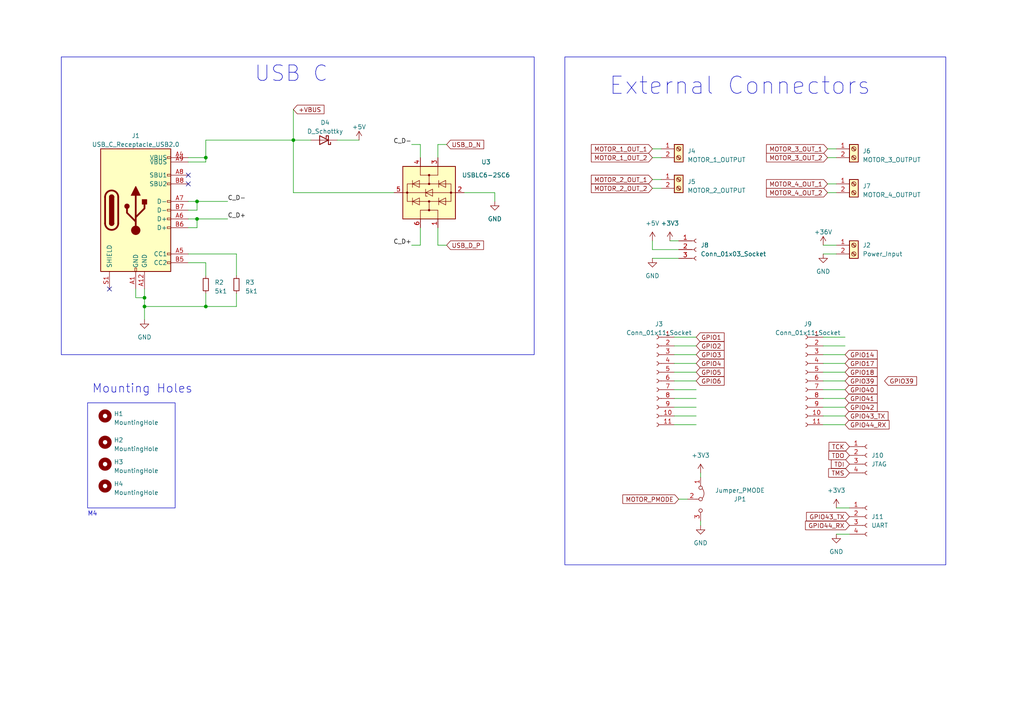
<source format=kicad_sch>
(kicad_sch (version 20230121) (generator eeschema)
  (paper "A4")
  (lib_symbols
    (symbol "Connector:Conn_01x03_Socket" (pin_names (offset 1.016) hide)
      (property "Reference" "J" (at 0 5.08 0))
      (property "Value" "Conn_01x03_Socket" (at 0 -5.08 0))
      (symbol "Conn_01x03_Socket_1_1"
        (arc (start 0 -2.032) (mid -0.5058 -2.54) (end 0 -3.048) (stroke (width 0.1524)))
        (polyline (pts (xy -1.27 -2.54) (xy -0.508 -2.54)) (stroke (width 0.1524)))
        (polyline (pts (xy -1.27 0) (xy -0.508 0)) (stroke (width 0.1524)))
        (polyline (pts (xy -1.27 2.54) (xy -0.508 2.54)) (stroke (width 0.1524)))
        (arc (start 0 0.508) (mid -0.5058 0) (end 0 -0.508) (stroke (width 0.1524)))
        (arc (start 0 3.048) (mid -0.5058 2.54) (end 0 2.032) (stroke (width 0.1524)))
        (pin passive line (at -5.08 2.54 0) (length 3.81) (name "Pin_1") (number "1"))
        (pin passive line (at -5.08 0 0) (length 3.81) (name "Pin_2") (number "2"))
        (pin passive line (at -5.08 -2.54 0) (length 3.81) (name "Pin_3") (number "3"))
      )
    )
    (symbol "Connector:Conn_01x04_Socket" (pin_names (offset 1.016) hide)
      (property "Reference" "J" (at 0 5.08 0))
      (property "Value" "Conn_01x04_Socket" (at 0 -7.62 0))
      (symbol "Conn_01x04_Socket_1_1"
        (arc (start 0 -4.572) (mid -0.5058 -5.08) (end 0 -5.588) (stroke (width 0.1524)))
        (arc (start 0 -2.032) (mid -0.5058 -2.54) (end 0 -3.048) (stroke (width 0.1524)))
        (polyline (pts (xy -1.27 -5.08) (xy -0.508 -5.08)) (stroke (width 0.1524)))
        (polyline (pts (xy -1.27 -2.54) (xy -0.508 -2.54)) (stroke (width 0.1524)))
        (polyline (pts (xy -1.27 0) (xy -0.508 0)) (stroke (width 0.1524)))
        (polyline (pts (xy -1.27 2.54) (xy -0.508 2.54)) (stroke (width 0.1524)))
        (arc (start 0 0.508) (mid -0.5058 0) (end 0 -0.508) (stroke (width 0.1524)))
        (arc (start 0 3.048) (mid -0.5058 2.54) (end 0 2.032) (stroke (width 0.1524)))
        (pin passive line (at -5.08 2.54 0) (length 3.81) (name "Pin_1") (number "1"))
        (pin passive line (at -5.08 0 0) (length 3.81) (name "Pin_2") (number "2"))
        (pin passive line (at -5.08 -2.54 0) (length 3.81) (name "Pin_3") (number "3"))
        (pin passive line (at -5.08 -5.08 0) (length 3.81) (name "Pin_4") (number "4"))
      )
    )
    (symbol "Connector:Conn_01x11_Socket" (pin_names (offset 1.016) hide)
      (property "Reference" "J" (at 0 15.24 0))
      (property "Value" "Conn_01x11_Socket" (at 0 -15.24 0))
      (symbol "Conn_01x11_Socket_1_1"
        (arc (start 0 -12.192) (mid -0.5058 -12.7) (end 0 -13.208) (stroke (width 0.1524)))
        (arc (start 0 -9.652) (mid -0.5058 -10.16) (end 0 -10.668) (stroke (width 0.1524)))
        (arc (start 0 -7.112) (mid -0.5058 -7.62) (end 0 -8.128) (stroke (width 0.1524)))
        (arc (start 0 -4.572) (mid -0.5058 -5.08) (end 0 -5.588) (stroke (width 0.1524)))
        (arc (start 0 -2.032) (mid -0.5058 -2.54) (end 0 -3.048) (stroke (width 0.1524)))
        (polyline (pts (xy -1.27 -12.7) (xy -0.508 -12.7)) (stroke (width 0.1524)))
        (polyline (pts (xy -1.27 -10.16) (xy -0.508 -10.16)) (stroke (width 0.1524)))
        (polyline (pts (xy -1.27 -7.62) (xy -0.508 -7.62)) (stroke (width 0.1524)))
        (polyline (pts (xy -1.27 -5.08) (xy -0.508 -5.08)) (stroke (width 0.1524)))
        (polyline (pts (xy -1.27 -2.54) (xy -0.508 -2.54)) (stroke (width 0.1524)))
        (polyline (pts (xy -1.27 0) (xy -0.508 0)) (stroke (width 0.1524)))
        (polyline (pts (xy -1.27 2.54) (xy -0.508 2.54)) (stroke (width 0.1524)))
        (polyline (pts (xy -1.27 5.08) (xy -0.508 5.08)) (stroke (width 0.1524)))
        (polyline (pts (xy -1.27 7.62) (xy -0.508 7.62)) (stroke (width 0.1524)))
        (polyline (pts (xy -1.27 10.16) (xy -0.508 10.16)) (stroke (width 0.1524)))
        (polyline (pts (xy -1.27 12.7) (xy -0.508 12.7)) (stroke (width 0.1524)))
        (arc (start 0 0.508) (mid -0.5058 0) (end 0 -0.508) (stroke (width 0.1524)))
        (arc (start 0 3.048) (mid -0.5058 2.54) (end 0 2.032) (stroke (width 0.1524)))
        (arc (start 0 5.588) (mid -0.5058 5.08) (end 0 4.572) (stroke (width 0.1524)))
        (arc (start 0 8.128) (mid -0.5058 7.62) (end 0 7.112) (stroke (width 0.1524)))
        (arc (start 0 10.668) (mid -0.5058 10.16) (end 0 9.652) (stroke (width 0.1524)))
        (arc (start 0 13.208) (mid -0.5058 12.7) (end 0 12.192) (stroke (width 0.1524)))
        (pin passive line (at -5.08 12.7 0) (length 3.81) (name "Pin_1") (number "1"))
        (pin passive line (at -5.08 -10.16 0) (length 3.81) (name "Pin_10") (number "10"))
        (pin passive line (at -5.08 -12.7 0) (length 3.81) (name "Pin_11") (number "11"))
        (pin passive line (at -5.08 10.16 0) (length 3.81) (name "Pin_2") (number "2"))
        (pin passive line (at -5.08 7.62 0) (length 3.81) (name "Pin_3") (number "3"))
        (pin passive line (at -5.08 5.08 0) (length 3.81) (name "Pin_4") (number "4"))
        (pin passive line (at -5.08 2.54 0) (length 3.81) (name "Pin_5") (number "5"))
        (pin passive line (at -5.08 0 0) (length 3.81) (name "Pin_6") (number "6"))
        (pin passive line (at -5.08 -2.54 0) (length 3.81) (name "Pin_7") (number "7"))
        (pin passive line (at -5.08 -5.08 0) (length 3.81) (name "Pin_8") (number "8"))
        (pin passive line (at -5.08 -7.62 0) (length 3.81) (name "Pin_9") (number "9"))
      )
    )
    (symbol "Connector:Screw_Terminal_01x02" (pin_names (offset 1.016) hide)
      (property "Reference" "J" (at 0 2.54 0))
      (property "Value" "Screw_Terminal_01x02" (at 0 -5.08 0))
      (symbol "Screw_Terminal_01x02_1_1"
        (rectangle (start -1.27 1.27) (end 1.27 -3.81) (stroke (width 0.254)) (fill (type background)))
        (circle (center 0 -2.54) (radius 0.635) (stroke (width 0.1524)))
        (polyline (pts (xy -0.5334 -2.2098) (xy 0.3302 -3.048)) (stroke (width 0.1524)))
        (polyline (pts (xy -0.5334 0.3302) (xy 0.3302 -0.508)) (stroke (width 0.1524)))
        (polyline (pts (xy -0.3556 -2.032) (xy 0.508 -2.8702)) (stroke (width 0.1524)))
        (polyline (pts (xy -0.3556 0.508) (xy 0.508 -0.3302)) (stroke (width 0.1524)))
        (circle (center 0 0) (radius 0.635) (stroke (width 0.1524)))
        (pin passive line (at -5.08 0 0) (length 3.81) (name "Pin_1") (number "1"))
        (pin passive line (at -5.08 -2.54 0) (length 3.81) (name "Pin_2") (number "2"))
      )
    )
    (symbol "Connector:USB_C_Receptacle_USB2.0" (pin_names (offset 1.016))
      (property "Reference" "J1" (at 0 21.59 0))
      (property "Value" "USB_C_Receptacle_USB2.0" (at 0 19.05 0))
      (symbol "USB_C_Receptacle_USB2.0_0_0"
        (rectangle (start -0.254 -17.78) (end 0.254 -16.764))
        (rectangle (start 9.144 -12.446) (end 10.16 -12.954))
        (rectangle (start 10.16 -14.986) (end 9.144 -15.494))
        (rectangle (start 10.16 -4.826) (end 9.144 -5.334))
        (rectangle (start 10.16 -2.286) (end 9.144 -2.794))
        (rectangle (start 10.16 0.254) (end 9.144 -0.254))
        (rectangle (start 10.16 2.794) (end 9.144 2.286))
        (rectangle (start 10.16 7.874) (end 9.144 7.366))
        (rectangle (start 10.16 10.414) (end 9.144 9.906))
        (rectangle (start 10.16 15.494) (end 9.144 14.986))
      )
      (symbol "USB_C_Receptacle_USB2.0_0_1"
        (rectangle (start -10.16 17.78) (end 10.16 -17.78) (stroke (width 0.254)) (fill (type background)))
        (arc (start -8.89 -3.81) (mid -6.985 -5.7067) (end -5.08 -3.81) (stroke (width 0.508)))
        (arc (start -7.62 -3.81) (mid -6.985 -4.4423) (end -6.35 -3.81) (stroke (width 0.254)))
        (arc (start -7.62 -3.81) (mid -6.985 -4.4423) (end -6.35 -3.81) (stroke (width 0.254)) (fill (type outline)))
        (rectangle (start -7.62 -3.81) (end -6.35 3.81) (stroke (width 0.254)) (fill (type outline)))
        (arc (start -6.35 3.81) (mid -6.985 4.4423) (end -7.62 3.81) (stroke (width 0.254)))
        (arc (start -6.35 3.81) (mid -6.985 4.4423) (end -7.62 3.81) (stroke (width 0.254)) (fill (type outline)))
        (arc (start -5.08 3.81) (mid -6.985 5.7067) (end -8.89 3.81) (stroke (width 0.508)))
        (circle (center -2.54 1.143) (radius 0.635) (stroke (width 0.254)) (fill (type outline)))
        (circle (center 0 -5.842) (radius 1.27) (fill (type outline)))
        (polyline (pts (xy -8.89 -3.81) (xy -8.89 3.81)) (stroke (width 0.508)))
        (polyline (pts (xy -5.08 3.81) (xy -5.08 -3.81)) (stroke (width 0.508)))
        (polyline (pts (xy 0 -5.842) (xy 0 4.318)) (stroke (width 0.508)))
        (polyline (pts (xy 0 -3.302) (xy -2.54 -0.762) (xy -2.54 0.508)) (stroke (width 0.508)))
        (polyline (pts (xy 0 -2.032) (xy 2.54 0.508) (xy 2.54 1.778)) (stroke (width 0.508)))
        (polyline (pts (xy -1.27 4.318) (xy 0 6.858) (xy 1.27 4.318) (xy -1.27 4.318)) (stroke (width 0.254)) (fill (type outline)))
        (rectangle (start 1.905 1.778) (end 3.175 3.048) (stroke (width 0.254)) (fill (type outline)))
      )
      (symbol "USB_C_Receptacle_USB2.0_1_1"
        (pin passive line (at 0 -22.86 90) (length 5.08) (name "GND") (number "A1"))
        (pin passive line (at 2.54 -22.86 90) (length 5.08) (name "GND") (number "A12"))
        (pin passive line (at 15.24 15.24 180) (length 5.08) (name "VBUS") (number "A4"))
        (pin bidirectional line (at 15.24 -12.7 180) (length 5.08) (name "CC1") (number "A5"))
        (pin bidirectional line (at 15.24 -2.54 180) (length 5.08) (name "D+") (number "A6"))
        (pin bidirectional line (at 15.24 2.54 180) (length 5.08) (name "D-") (number "A7"))
        (pin bidirectional line (at 15.24 10.16 180) (length 5.08) (name "SBU1") (number "A8"))
        (pin passive line (at 15.24 13.97 180) (length 5.08) (name "VBUS") (number "A9"))
        (pin passive line (at 0 -22.86 90) (length 5.08) hide (name "GND") (number "B1"))
        (pin passive line (at 0 -22.86 90) (length 5.08) hide (name "GND") (number "B12"))
        (pin passive line (at 15.24 15.24 180) (length 5.08) hide (name "VBUS") (number "B4"))
        (pin bidirectional line (at 15.24 -15.24 180) (length 5.08) (name "CC2") (number "B5"))
        (pin bidirectional line (at 15.24 -5.08 180) (length 5.08) (name "D+") (number "B6"))
        (pin bidirectional line (at 15.24 0 180) (length 5.08) (name "D-") (number "B7"))
        (pin bidirectional line (at 15.24 7.62 180) (length 5.08) (name "SBU2") (number "B8"))
        (pin passive line (at 15.24 15.24 180) (length 5.08) hide (name "VBUS") (number "B9"))
        (pin passive line (at -7.62 -22.86 90) (length 5.08) (name "SHIELD") (number "S1"))
      )
    )
    (symbol "Device:D_Schottky" (pin_numbers hide) (pin_names (offset 1.016) hide)
      (property "Reference" "D" (at 0 2.54 0))
      (property "Value" "D_Schottky" (at 0 -2.54 0))
      (symbol "D_Schottky_0_1"
        (polyline (pts (xy 1.27 0) (xy -1.27 0)))
        (polyline (pts (xy 1.27 1.27) (xy 1.27 -1.27) (xy -1.27 0) (xy 1.27 1.27)) (stroke (width 0.254)))
        (polyline (pts (xy -1.905 0.635) (xy -1.905 1.27) (xy -1.27 1.27) (xy -1.27 -1.27) (xy -0.635 -1.27) (xy -0.635 -0.635)) (stroke (width 0.254)))
      )
      (symbol "D_Schottky_1_1"
        (pin passive line (at -3.81 0 0) (length 2.54) (name "K") (number "1"))
        (pin passive line (at 3.81 0 180) (length 2.54) (name "A") (number "2"))
      )
    )
    (symbol "Device:R_Small" (pin_numbers hide) (pin_names (offset 0.254) hide)
      (property "Reference" "R" (at 0.762 0.508 0))
      (property "Value" "R_Small" (at 0.762 -1.016 0))
      (symbol "R_Small_0_1"
        (rectangle (start -0.762 1.778) (end 0.762 -1.778) (stroke (width 0.2032)))
      )
      (symbol "R_Small_1_1"
        (pin passive line (at 0 2.54 270) (length 0.762) (name "~") (number "1"))
        (pin passive line (at 0 -2.54 90) (length 0.762) (name "~") (number "2"))
      )
    )
    (symbol "Jumper:Jumper_3_Bridged12" (pin_names (offset 0) hide)
      (property "Reference" "JP" (at -2.54 -2.54 0))
      (property "Value" "Jumper_3_Bridged12" (at 0 2.794 0))
      (symbol "Jumper_3_Bridged12_0_0"
        (circle (center -3.302 0) (radius 0.508))
        (circle (center 0 0) (radius 0.508))
        (circle (center 3.302 0) (radius 0.508))
      )
      (symbol "Jumper_3_Bridged12_0_1"
        (arc (start -0.254 0.508) (mid -1.651 0.9912) (end -3.048 0.508))
        (polyline (pts (xy 0 -1.27) (xy 0 -0.508)))
      )
      (symbol "Jumper_3_Bridged12_1_1"
        (pin passive line (at -6.35 0 0) (length 2.54) (name "A") (number "1"))
        (pin passive line (at 0 -3.81 90) (length 2.54) (name "C") (number "2"))
        (pin passive line (at 6.35 0 180) (length 2.54) (name "B") (number "3"))
      )
    )
    (symbol "Mechanical:MountingHole" (pin_names (offset 1.016))
      (property "Reference" "H" (at 0 5.08 0))
      (property "Value" "MountingHole" (at 0 3.175 0))
      (symbol "MountingHole_0_1"
        (circle (center 0 0) (radius 1.27) (stroke (width 1.27)))
      )
    )
    (symbol "Power_Protection:USBLC6-2SC6" (pin_names hide)
      (property "Reference" "U" (at 2.54 8.89 0))
      (property "Value" "USBLC6-2SC6" (at 2.54 -8.89 0))
      (symbol "USBLC6-2SC6_0_1"
        (rectangle (start -7.62 -7.62) (end 7.62 7.62) (stroke (width 0.254)) (fill (type background)))
        (circle (center -5.08 0) (radius 0.254) (fill (type outline)))
        (circle (center -2.54 0) (radius 0.254) (fill (type outline)))
        (rectangle (start -2.54 6.35) (end 2.54 -6.35))
        (circle (center 0 -6.35) (radius 0.254) (fill (type outline)))
        (polyline (pts (xy -5.08 -2.54) (xy -7.62 -2.54)))
        (polyline (pts (xy -5.08 0) (xy -5.08 -2.54)))
        (polyline (pts (xy -5.08 2.54) (xy -7.62 2.54)))
        (polyline (pts (xy -1.524 -2.794) (xy -3.556 -2.794)))
        (polyline (pts (xy -1.524 4.826) (xy -3.556 4.826)))
        (polyline (pts (xy 0 -7.62) (xy 0 -6.35)))
        (polyline (pts (xy 0 -6.35) (xy 0 1.27)))
        (polyline (pts (xy 0 1.27) (xy 0 6.35)))
        (polyline (pts (xy 0 6.35) (xy 0 7.62)))
        (polyline (pts (xy 1.524 -2.794) (xy 3.556 -2.794)))
        (polyline (pts (xy 1.524 4.826) (xy 3.556 4.826)))
        (polyline (pts (xy 5.08 -2.54) (xy 7.62 -2.54)))
        (polyline (pts (xy 5.08 0) (xy 5.08 -2.54)))
        (polyline (pts (xy 5.08 2.54) (xy 7.62 2.54)))
        (polyline (pts (xy -2.54 0) (xy -5.08 0) (xy -5.08 2.54)))
        (polyline (pts (xy 2.54 0) (xy 5.08 0) (xy 5.08 2.54)))
        (polyline (pts (xy -3.556 -4.826) (xy -1.524 -4.826) (xy -2.54 -2.794) (xy -3.556 -4.826)))
        (polyline (pts (xy -3.556 2.794) (xy -1.524 2.794) (xy -2.54 4.826) (xy -3.556 2.794)))
        (polyline (pts (xy -1.016 -1.016) (xy 1.016 -1.016) (xy 0 1.016) (xy -1.016 -1.016)))
        (polyline (pts (xy 1.016 1.016) (xy 0.762 1.016) (xy -1.016 1.016) (xy -1.016 0.508)))
        (polyline (pts (xy 3.556 -4.826) (xy 1.524 -4.826) (xy 2.54 -2.794) (xy 3.556 -4.826)))
        (polyline (pts (xy 3.556 2.794) (xy 1.524 2.794) (xy 2.54 4.826) (xy 3.556 2.794)))
        (circle (center 0 6.35) (radius 0.254) (fill (type outline)))
        (circle (center 2.54 0) (radius 0.254) (fill (type outline)))
        (circle (center 5.08 0) (radius 0.254) (fill (type outline)))
      )
      (symbol "USBLC6-2SC6_1_1"
        (pin passive line (at -10.16 -2.54 0) (length 2.54) (name "I/O1") (number "1"))
        (pin passive line (at 0 -10.16 90) (length 2.54) (name "GND") (number "2"))
        (pin passive line (at 10.16 -2.54 180) (length 2.54) (name "I/O2") (number "3"))
        (pin passive line (at 10.16 2.54 180) (length 2.54) (name "I/O2") (number "4"))
        (pin passive line (at 0 10.16 270) (length 2.54) (name "VBUS") (number "5"))
        (pin passive line (at -10.16 2.54 0) (length 2.54) (name "I/O1") (number "6"))
      )
    )
    (symbol "power:+36V" (power) (pin_names (offset 0))
      (property "Value" "+36V" (at 0 3.556 0))
      (symbol "+36V_0_1"
        (polyline (pts (xy -0.762 1.27) (xy 0 2.54)))
        (polyline (pts (xy 0 0) (xy 0 2.54)))
        (polyline (pts (xy 0 2.54) (xy 0.762 1.27)))
      )
      (symbol "+36V_1_1"
        (pin power_in line (at 0 0 90) (length 0) hide (name "+36V") (number "1"))
      )
    )
    (symbol "power:+3V3" (power) (pin_names (offset 0))
      (property "Value" "+3V3" (at 0 3.556 0))
      (symbol "+3V3_0_1"
        (polyline (pts (xy -0.762 1.27) (xy 0 2.54)))
        (polyline (pts (xy 0 0) (xy 0 2.54)))
        (polyline (pts (xy 0 2.54) (xy 0.762 1.27)))
      )
      (symbol "+3V3_1_1"
        (pin power_in line (at 0 0 90) (length 0) hide (name "+3V3") (number "1"))
      )
    )
    (symbol "power:+5V" (power) (pin_names (offset 0))
      (property "Value" "+5V" (at 0 3.556 0))
      (symbol "+5V_0_1"
        (polyline (pts (xy -0.762 1.27) (xy 0 2.54)))
        (polyline (pts (xy 0 0) (xy 0 2.54)))
        (polyline (pts (xy 0 2.54) (xy 0.762 1.27)))
      )
      (symbol "+5V_1_1"
        (pin power_in line (at 0 0 90) (length 0) hide (name "+5V") (number "1"))
      )
    )
    (symbol "power:GND" (power) (pin_names (offset 0))
      (property "Value" "GND" (at 0 -3.81 0))
      (symbol "GND_0_1"
        (polyline (pts (xy 0 0) (xy 0 -1.27) (xy 1.27 -1.27) (xy 0 -2.54) (xy -1.27 -1.27) (xy 0 -1.27)))
      )
      (symbol "GND_1_1"
        (pin power_in line (at 0 0 270) (length 0) hide (name "GND") (number "1"))
      )
    )
  )
  (junction (at 57.15 58.42))
  (junction (at 59.69 88.9))
  (junction (at 41.91 86.36))
  (junction (at 85.09 40.64))
  (junction (at 57.15 63.5))
  (junction (at 59.69 45.72))
  (junction (at 41.91 88.9))
  (no_connect (at 31.75 83.82))
  (no_connect (at 54.61 53.34))
  (no_connect (at 54.61 50.8))
  (wire (pts (xy 195.58 120.65) (xy 201.93 120.65)))
  (wire (pts (xy 240.03 55.88) (xy 242.57 55.88)))
  (wire (pts (xy 238.76 97.79) (xy 245.11 97.79)))
  (wire (pts (xy 57.15 63.5) (xy 66.04 63.5)))
  (wire (pts (xy 41.91 86.36) (xy 41.91 88.9)))
  (wire (pts (xy 97.79 40.64) (xy 104.14 40.64)))
  (wire (pts (xy 203.2 151.13) (xy 203.2 152.4)))
  (wire (pts (xy 238.76 120.65) (xy 245.11 120.65)))
  (wire (pts (xy 189.23 43.18) (xy 191.77 43.18)))
  (wire (pts (xy 54.61 46.99) (xy 59.69 46.99)))
  (wire (pts (xy 238.76 110.49) (xy 245.11 110.49)))
  (wire (pts (xy 194.31 69.85) (xy 196.85 69.85)))
  (wire (pts (xy 59.69 40.64) (xy 85.09 40.64)))
  (wire (pts (xy 121.92 41.91) (xy 121.92 45.72)))
  (wire (pts (xy 121.92 71.12) (xy 121.92 66.04)))
  (wire (pts (xy 90.17 40.64) (xy 85.09 40.64)))
  (wire (pts (xy 189.23 54.61) (xy 191.77 54.61)))
  (wire (pts (xy 189.23 74.93) (xy 196.85 74.93)))
  (wire (pts (xy 68.58 80.01) (xy 68.58 73.66)))
  (wire (pts (xy 129.54 71.12) (xy 127 71.12)))
  (wire (pts (xy 68.58 85.09) (xy 68.58 88.9)))
  (wire (pts (xy 238.76 113.03) (xy 245.11 113.03)))
  (wire (pts (xy 119.38 41.91) (xy 121.92 41.91)))
  (wire (pts (xy 195.58 115.57) (xy 201.93 115.57)))
  (wire (pts (xy 240.03 43.18) (xy 242.57 43.18)))
  (wire (pts (xy 238.76 107.95) (xy 245.11 107.95)))
  (wire (pts (xy 240.03 45.72) (xy 242.57 45.72)))
  (wire (pts (xy 195.58 102.87) (xy 201.93 102.87)))
  (wire (pts (xy 59.69 46.99) (xy 59.69 45.72)))
  (wire (pts (xy 238.76 100.33) (xy 245.11 100.33)))
  (wire (pts (xy 238.76 118.11) (xy 245.11 118.11)))
  (wire (pts (xy 68.58 73.66) (xy 54.61 73.66)))
  (wire (pts (xy 238.76 73.66) (xy 242.57 73.66)))
  (wire (pts (xy 57.15 60.96) (xy 54.61 60.96)))
  (wire (pts (xy 119.38 71.12) (xy 121.92 71.12)))
  (wire (pts (xy 195.58 123.19) (xy 201.93 123.19)))
  (wire (pts (xy 189.23 69.85) (xy 189.23 72.39)))
  (wire (pts (xy 59.69 88.9) (xy 68.58 88.9)))
  (wire (pts (xy 238.76 102.87) (xy 245.11 102.87)))
  (wire (pts (xy 129.54 41.91) (xy 127 41.91)))
  (wire (pts (xy 195.58 113.03) (xy 201.93 113.03)))
  (wire (pts (xy 59.69 76.2) (xy 54.61 76.2)))
  (wire (pts (xy 203.2 137.16) (xy 203.2 138.43)))
  (wire (pts (xy 57.15 63.5) (xy 57.15 66.04)))
  (wire (pts (xy 127 66.04) (xy 127 71.12)))
  (wire (pts (xy 238.76 71.12) (xy 242.57 71.12)))
  (wire (pts (xy 85.09 40.64) (xy 85.09 55.88)))
  (wire (pts (xy 189.23 52.07) (xy 191.77 52.07)))
  (wire (pts (xy 127 41.91) (xy 127 45.72)))
  (wire (pts (xy 85.09 31.75) (xy 85.09 40.64)))
  (wire (pts (xy 240.03 53.34) (xy 242.57 53.34)))
  (wire (pts (xy 54.61 63.5) (xy 57.15 63.5)))
  (wire (pts (xy 143.51 58.42) (xy 143.51 55.88)))
  (wire (pts (xy 242.57 154.94) (xy 246.38 154.94)))
  (wire (pts (xy 195.58 97.79) (xy 201.93 97.79)))
  (wire (pts (xy 57.15 58.42) (xy 57.15 60.96)))
  (wire (pts (xy 199.39 144.78) (xy 196.85 144.78)))
  (wire (pts (xy 57.15 58.42) (xy 66.04 58.42)))
  (wire (pts (xy 238.76 105.41) (xy 245.11 105.41)))
  (wire (pts (xy 238.76 115.57) (xy 245.11 115.57)))
  (wire (pts (xy 41.91 83.82) (xy 41.91 86.36)))
  (wire (pts (xy 39.37 83.82) (xy 39.37 86.36)))
  (wire (pts (xy 59.69 85.09) (xy 59.69 88.9)))
  (wire (pts (xy 195.58 100.33) (xy 201.93 100.33)))
  (wire (pts (xy 41.91 88.9) (xy 41.91 92.71)))
  (wire (pts (xy 134.62 55.88) (xy 143.51 55.88)))
  (wire (pts (xy 195.58 110.49) (xy 201.93 110.49)))
  (wire (pts (xy 41.91 88.9) (xy 59.69 88.9)))
  (wire (pts (xy 54.61 66.04) (xy 57.15 66.04)))
  (wire (pts (xy 238.76 123.19) (xy 245.11 123.19)))
  (wire (pts (xy 114.3 55.88) (xy 85.09 55.88)))
  (wire (pts (xy 242.57 147.32) (xy 246.38 147.32)))
  (wire (pts (xy 54.61 45.72) (xy 59.69 45.72)))
  (wire (pts (xy 59.69 80.01) (xy 59.69 76.2)))
  (wire (pts (xy 54.61 58.42) (xy 57.15 58.42)))
  (wire (pts (xy 189.23 45.72) (xy 191.77 45.72)))
  (wire (pts (xy 195.58 105.41) (xy 201.93 105.41)))
  (wire (pts (xy 195.58 107.95) (xy 201.93 107.95)))
  (wire (pts (xy 39.37 86.36) (xy 41.91 86.36)))
  (wire (pts (xy 189.23 72.39) (xy 196.85 72.39)))
  (wire (pts (xy 195.58 118.11) (xy 201.93 118.11)))
  (wire (pts (xy 59.69 45.72) (xy 59.69 40.64)))
  (rectangle (start 17.78 16.51) (end 154.94 102.87))
  (rectangle (start 25.4 116.84) (end 50.8 147.32))
  (rectangle (start 163.83 16.51) (end 274.32 163.83))
  (text "External Connectors\n" (at 176.53 27.94 0) (effects (font (size 5 5)) (justify left bottom)))
  (text "Mounting Holes\n" (at 26.67 114.3 0) (effects (font (size 2.5 2.5)) (justify left bottom)))
  (text "USB C \n" (at 73.66 24.13 0) (effects (font (size 4.5 4.5)) (justify left bottom)))
  (text "M4\n" (at 25.4 149.86 0) (effects (font (size 1.27 1.27)) (justify left bottom)))
  (label "C_D-" (at 66.04 58.42 0))
  (label "C_D+" (at 119.38 71.12 180))
  (label "C_D+" (at 66.04 63.5 0))
  (label "C_D-" (at 119.38 41.91 180))
  (global_label "GPIO1" (shape input) (at 201.93 97.79 0) (property "Intersheetrefs" "${INTERSHEET_REFS}" (effects hide)))
  (global_label "GPIO3" (shape input) (at 201.93 102.87 0) (property "Intersheetrefs" "${INTERSHEET_REFS}" (effects hide)))
  (global_label "GPIO4" (shape input) (at 201.93 105.41 0) (property "Intersheetrefs" "${INTERSHEET_REFS}" (effects hide)))
  (global_label "+VBUS" (shape input) (at 85.09 31.75 0) (property "Intersheetrefs" "${INTERSHEET_REFS}" (effects hide)))
  (global_label "TDO" (shape input) (at 246.38 132.08 180) (property "Intersheetrefs" "${INTERSHEET_REFS}" (effects hide)))
  (global_label "USB_D_N" (shape input) (at 129.54 41.91 0) (property "Intersheetrefs" "${INTERSHEET_REFS}" (effects hide)))
  (global_label "GPIO43_TX" (shape input) (at 246.38 149.86 180) (property "Intersheetrefs" "${INTERSHEET_REFS}" (effects hide)))
  (global_label "MOTOR_4_OUT_2" (shape input) (at 240.03 55.88 180) (property "Intersheetrefs" "${INTERSHEET_REFS}" (effects hide)))
  (global_label "GPIO39" (shape input) (at 256.54 110.49 0) (property "Intersheetrefs" "${INTERSHEET_REFS}" (effects hide)))
  (global_label "MOTOR_3_OUT_1" (shape input) (at 240.03 43.18 180) (property "Intersheetrefs" "${INTERSHEET_REFS}" (effects hide)))
  (global_label "GPIO17" (shape input) (at 245.11 105.41 0) (property "Intersheetrefs" "${INTERSHEET_REFS}" (effects hide)))
  (global_label "MOTOR_4_OUT_1" (shape input) (at 240.03 53.34 180) (property "Intersheetrefs" "${INTERSHEET_REFS}" (effects hide)))
  (global_label "GPIO40" (shape input) (at 245.11 113.03 0) (property "Intersheetrefs" "${INTERSHEET_REFS}" (effects hide)))
  (global_label "GPIO5" (shape input) (at 201.93 107.95 0) (property "Intersheetrefs" "${INTERSHEET_REFS}" (effects hide)))
  (global_label "GPIO6" (shape input) (at 201.93 110.49 0) (property "Intersheetrefs" "${INTERSHEET_REFS}" (effects hide)))
  (global_label "GPIO42" (shape input) (at 245.11 118.11 0) (property "Intersheetrefs" "${INTERSHEET_REFS}" (effects hide)))
  (global_label "TMS" (shape input) (at 246.38 137.16 180) (property "Intersheetrefs" "${INTERSHEET_REFS}" (effects hide)))
  (global_label "TCK" (shape input) (at 246.38 129.54 180) (property "Intersheetrefs" "${INTERSHEET_REFS}" (effects hide)))
  (global_label "GPIO18" (shape input) (at 245.11 107.95 0) (property "Intersheetrefs" "${INTERSHEET_REFS}" (effects hide)))
  (global_label "MOTOR_PMODE" (shape input) (at 196.85 144.78 180) (property "Intersheetrefs" "${INTERSHEET_REFS}" (effects hide)))
  (global_label "GPIO41" (shape input) (at 245.11 115.57 0) (property "Intersheetrefs" "${INTERSHEET_REFS}" (effects hide)))
  (global_label "GPIO2" (shape input) (at 201.93 100.33 0) (property "Intersheetrefs" "${INTERSHEET_REFS}" (effects hide)))
  (global_label "GPIO44_RX" (shape input) (at 246.38 152.4 180) (property "Intersheetrefs" "${INTERSHEET_REFS}" (effects hide)))
  (global_label "USB_D_P" (shape input) (at 129.54 71.12 0) (property "Intersheetrefs" "${INTERSHEET_REFS}" (effects hide)))
  (global_label "MOTOR_1_OUT_2" (shape input) (at 189.23 45.72 180) (property "Intersheetrefs" "${INTERSHEET_REFS}" (effects hide)))
  (global_label "MOTOR_1_OUT_1" (shape input) (at 189.23 43.18 180) (property "Intersheetrefs" "${INTERSHEET_REFS}" (effects hide)))
  (global_label "GPIO43_TX" (shape input) (at 245.11 120.65 0) (property "Intersheetrefs" "${INTERSHEET_REFS}" (effects hide)))
  (global_label "GPIO44_RX" (shape input) (at 245.11 123.19 0) (property "Intersheetrefs" "${INTERSHEET_REFS}" (effects hide)))
  (global_label "MOTOR_2_OUT_1" (shape input) (at 189.23 52.07 180) (property "Intersheetrefs" "${INTERSHEET_REFS}" (effects hide)))
  (global_label "MOTOR_3_OUT_2" (shape input) (at 240.03 45.72 180) (property "Intersheetrefs" "${INTERSHEET_REFS}" (effects hide)))
  (global_label "MOTOR_2_OUT_2" (shape input) (at 189.23 54.61 180) (property "Intersheetrefs" "${INTERSHEET_REFS}" (effects hide)))
  (global_label "TDI" (shape input) (at 246.38 134.62 180) (property "Intersheetrefs" "${INTERSHEET_REFS}" (effects hide)))
  (global_label "GPIO39" (shape input) (at 245.11 110.49 0) (property "Intersheetrefs" "${INTERSHEET_REFS}" (effects hide)))
  (global_label "GPIO14" (shape input) (at 245.11 102.87 0) (property "Intersheetrefs" "${INTERSHEET_REFS}" (effects hide)))
  (symbol (lib_id "Device:R_Small") (at 68.58 82.55 0) (unit 1)
    (property "Reference" "R3" (at 71.12 81.915 0) (effects (justify left)))
    (property "Value" "5k1" (at 71.12 84.455 0) (effects (justify left)))
    (property "Footprint" "Resistor_SMD:R_0603_1608Metric" (effects hide))
  )
  (symbol (lib_id "Connector:Screw_Terminal_01x02") (at 247.65 71.12 0) (unit 1)
    (property "Reference" "J2" (at 250.19 71.12 0) (effects (justify left)))
    (property "Value" "Power_Input" (at 250.19 73.66 0) (effects (justify left)))
    (property "Footprint" "TerminalBlock:TerminalBlock_bornier-2_P5.08mm" (effects hide))
  )
  (symbol (lib_id "Power_Protection:USBLC6-2SC6") (at 124.46 55.88 90) (unit 1)
    (property "Reference" "U3" (at 140.97 46.99 90))
    (property "Value" "USBLC6-2SC6" (at 140.97 50.8 90))
    (property "Footprint" "Package_TO_SOT_SMD:SOT-23-6" (effects hide))
    (property "Datasheet" "https://www.st.com/resource/en/datasheet/usblc6-2.pdf" (effects hide))
  )
  (symbol (lib_id "power:GND") (at 41.91 92.71 0) (unit 1)
    (property "Reference" "#PWR012" (effects hide))
    (property "Value" "GND" (at 41.91 97.79 0))
  )
  (symbol (lib_id "Connector:Conn_01x04_Socket") (at 251.46 149.86 0) (unit 1)
    (property "Reference" "J11" (at 252.73 149.86 0) (effects (justify left)))
    (property "Value" "UART" (at 252.73 152.4 0) (effects (justify left)))
    (property "Footprint" "Connector_PinHeader_2.54mm:PinHeader_1x04_P2.54mm_Vertical_SMD_Pin1Right" (effects hide))
  )
  (symbol (lib_id "Connector:Conn_01x11_Socket") (at 233.68 110.49 0) (mirror y) (unit 1)
    (property "Reference" "J9" (at 234.315 93.98 0))
    (property "Value" "Conn_01x11_Socket" (at 234.315 96.52 0))
    (property "Footprint" "Connector_PinHeader_2.54mm:PinHeader_1x11_P2.54mm_Vertical_SMD_Pin1Left" (effects hide))
  )
  (symbol (lib_id "power:GND") (at 242.57 154.94 0) (unit 1)
    (property "Reference" "#PWR031" (effects hide))
    (property "Value" "GND" (at 242.57 160.02 0))
  )
  (symbol (lib_id "Mechanical:MountingHole") (at 30.48 134.62 0) (unit 1)
    (property "Reference" "H3" (at 33.02 133.985 0) (effects (justify left)))
    (property "Value" "MountingHole" (at 33.02 136.525 0) (effects (justify left)))
    (property "Footprint" "MountingHole:MountingHole_4.3mm_M4" (effects hide))
  )
  (symbol (lib_id "power:GND") (at 203.2 152.4 0) (unit 1)
    (property "Reference" "#PWR020" (effects hide))
    (property "Value" "GND" (at 203.2 157.48 0))
  )
  (symbol (lib_id "Connector:Conn_01x11_Socket") (at 190.5 110.49 0) (mirror y) (unit 1)
    (property "Reference" "J3" (at 191.135 93.98 0))
    (property "Value" "Conn_01x11_Socket" (at 191.135 96.52 0))
    (property "Footprint" "Connector_PinHeader_2.54mm:PinHeader_1x11_P2.54mm_Vertical_SMD_Pin1Left" (effects hide))
  )
  (symbol (lib_id "Connector:Screw_Terminal_01x02") (at 247.65 53.34 0) (unit 1)
    (property "Reference" "J7" (at 250.19 53.975 0) (effects (justify left)))
    (property "Value" "MOTOR_4_OUTPUT" (at 250.19 56.515 0) (effects (justify left)))
    (property "Footprint" "TerminalBlock:TerminalBlock_bornier-2_P5.08mm" (effects hide))
  )
  (symbol (lib_id "Mechanical:MountingHole") (at 30.48 140.97 0) (unit 1)
    (property "Reference" "H4" (at 33.02 140.335 0) (effects (justify left)))
    (property "Value" "MountingHole" (at 33.02 142.875 0) (effects (justify left)))
    (property "Footprint" "MountingHole:MountingHole_4.3mm_M4" (effects hide))
  )
  (symbol (lib_id "Connector:Conn_01x03_Socket") (at 201.93 72.39 0) (unit 1)
    (property "Reference" "J8" (at 203.2 71.12 0) (effects (justify left)))
    (property "Value" "Conn_01x03_Socket" (at 203.2 73.66 0) (effects (justify left)))
    (property "Footprint" "Connector_PinSocket_2.54mm:PinSocket_1x03_P2.54mm_Vertical" (effects hide))
  )
  (symbol (lib_id "Connector:Screw_Terminal_01x02") (at 196.85 43.18 0) (unit 1)
    (property "Reference" "J4" (at 199.39 43.815 0) (effects (justify left)))
    (property "Value" "MOTOR_1_OUTPUT" (at 199.39 46.355 0) (effects (justify left)))
    (property "Footprint" "TerminalBlock:TerminalBlock_bornier-2_P5.08mm" (effects hide))
  )
  (symbol (lib_id "power:GND") (at 189.23 74.93 0) (unit 1)
    (property "Reference" "#PWR076" (effects hide))
    (property "Value" "GND" (at 189.23 80.01 0))
  )
  (symbol (lib_id "Jumper:Jumper_3_Bridged12") (at 203.2 144.78 270) (unit 1)
    (property "Reference" "JP1" (at 214.63 144.78 90))
    (property "Value" "Jumper_PMODE" (at 214.63 142.24 90))
    (property "Footprint" "Connector_PinHeader_2.54mm:PinHeader_1x03_P2.54mm_Vertical_SMD_Pin1Right" (effects hide))
  )
  (symbol (lib_id "Device:D_Schottky") (at 93.98 40.64 180) (unit 1)
    (property "Reference" "D4" (at 94.2975 35.56 0))
    (property "Value" "D_Schottky" (at 94.2975 38.1 0))
    (property "Footprint" "KiCADv6:DO-220AA_SS2PH10-M3&slash_84A_VIS" (effects hide))
  )
  (symbol (lib_id "power:GND") (at 238.76 73.66 0) (unit 1)
    (property "Reference" "#PWR016" (effects hide))
    (property "Value" "GND" (at 238.76 78.74 0))
  )
  (symbol (lib_id "Connector:Screw_Terminal_01x02") (at 196.85 52.07 0) (unit 1)
    (property "Reference" "J5" (at 199.39 52.705 0) (effects (justify left)))
    (property "Value" "MOTOR_2_OUTPUT" (at 199.39 55.245 0) (effects (justify left)))
    (property "Footprint" "TerminalBlock:TerminalBlock_bornier-2_P5.08mm" (effects hide))
  )
  (symbol (lib_id "Device:R_Small") (at 59.69 82.55 0) (unit 1)
    (property "Reference" "R2" (at 62.23 81.915 0) (effects (justify left)))
    (property "Value" "5k1" (at 62.23 84.455 0) (effects (justify left)))
    (property "Footprint" "Resistor_SMD:R_0603_1608Metric" (effects hide))
  )
  (symbol (lib_id "Connector:Conn_01x04_Socket") (at 251.46 132.08 0) (unit 1)
    (property "Reference" "J10" (at 252.73 132.08 0) (effects (justify left)))
    (property "Value" "JTAG" (at 252.73 134.62 0) (effects (justify left)))
    (property "Footprint" "Connector_PinHeader_2.54mm:PinHeader_1x04_P2.54mm_Vertical_SMD_Pin1Right" (effects hide))
  )
  (symbol (lib_id "power:+3V3") (at 242.57 147.32 0) (unit 1)
    (property "Reference" "#PWR030" (effects hide))
    (property "Value" "+3V3" (at 242.57 142.24 0))
  )
  (symbol (lib_id "Connector:Screw_Terminal_01x02") (at 247.65 43.18 0) (unit 1)
    (property "Reference" "J6" (at 250.19 43.815 0) (effects (justify left)))
    (property "Value" "MOTOR_3_OUTPUT" (at 250.19 46.355 0) (effects (justify left)))
    (property "Footprint" "TerminalBlock:TerminalBlock_bornier-2_P5.08mm" (effects hide))
  )
  (symbol (lib_id "power:+5V") (at 189.23 69.85 0) (unit 1)
    (property "Reference" "#PWR075" (effects hide))
    (property "Value" "+5V" (at 189.23 64.77 0))
  )
  (symbol (lib_id "power:+3V3") (at 194.31 69.85 0) (unit 1)
    (property "Reference" "#PWR074" (effects hide))
    (property "Value" "+3V3" (at 194.31 64.77 0))
  )
  (symbol (lib_id "Connector:USB_C_Receptacle_USB2.0") (at 39.37 60.96 0) (unit 1)
    (property "Reference" "J1" (at 39.37 39.37 0))
    (property "Value" "USB_C_Receptacle_USB2.0" (at 39.37 41.91 0))
    (property "Footprint" "Connector_USB:USB_C_Receptacle_HRO_TYPE-C-31-M-12" (effects hide))
    (property "Datasheet" "https://www.usb.org/sites/default/files/documents/usb_type-c.zip" (effects hide))
  )
  (symbol (lib_id "power:+36V") (at 238.76 71.12 0) (unit 1)
    (property "Reference" "#PWR015" (effects hide))
    (property "Value" "+36V" (at 238.76 67.31 0))
  )
  (symbol (lib_id "power:GND") (at 143.51 58.42 0) (unit 1)
    (property "Reference" "#PWR014" (effects hide))
    (property "Value" "GND" (at 143.51 63.5 0))
  )
  (symbol (lib_id "power:+3V3") (at 203.2 137.16 0) (unit 1)
    (property "Reference" "#PWR019" (effects hide))
    (property "Value" "+3V3" (at 203.2 132.08 0))
  )
  (symbol (lib_id "Mechanical:MountingHole") (at 30.48 120.65 0) (unit 1)
    (property "Reference" "H1" (at 33.02 120.015 0) (effects (justify left)))
    (property "Value" "MountingHole" (at 33.02 122.555 0) (effects (justify left)))
    (property "Footprint" "MountingHole:MountingHole_4.3mm_M4" (effects hide))
  )
  (symbol (lib_id "Mechanical:MountingHole") (at 30.48 128.27 0) (unit 1)
    (property "Reference" "H2" (at 33.02 127.635 0) (effects (justify left)))
    (property "Value" "MountingHole" (at 33.02 130.175 0) (effects (justify left)))
    (property "Footprint" "MountingHole:MountingHole_4.3mm_M4" (effects hide))
  )
  (symbol (lib_id "power:+5V") (at 104.14 40.64 0) (unit 1)
    (property "Reference" "#PWR013" (effects hide))
    (property "Value" "+5V" (at 104.14 36.83 0))
  )
)
</source>
